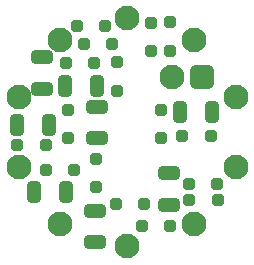
<source format=gts>
G04 Layer_Color=8388736*
%FSLAX25Y25*%
%MOIN*%
G70*
G01*
G75*
G04:AMPARAMS|DCode=21|XSize=70.87mil|YSize=47.24mil|CornerRadius=12.8mil|HoleSize=0mil|Usage=FLASHONLY|Rotation=0.000|XOffset=0mil|YOffset=0mil|HoleType=Round|Shape=RoundedRectangle|*
%AMROUNDEDRECTD21*
21,1,0.07087,0.02165,0,0,0.0*
21,1,0.04528,0.04724,0,0,0.0*
1,1,0.02559,0.02264,-0.01083*
1,1,0.02559,-0.02264,-0.01083*
1,1,0.02559,-0.02264,0.01083*
1,1,0.02559,0.02264,0.01083*
%
%ADD21ROUNDEDRECTD21*%
G04:AMPARAMS|DCode=22|XSize=39.37mil|YSize=39.37mil|CornerRadius=10.83mil|HoleSize=0mil|Usage=FLASHONLY|Rotation=270.000|XOffset=0mil|YOffset=0mil|HoleType=Round|Shape=RoundedRectangle|*
%AMROUNDEDRECTD22*
21,1,0.03937,0.01772,0,0,270.0*
21,1,0.01772,0.03937,0,0,270.0*
1,1,0.02165,-0.00886,-0.00886*
1,1,0.02165,-0.00886,0.00886*
1,1,0.02165,0.00886,0.00886*
1,1,0.02165,0.00886,-0.00886*
%
%ADD22ROUNDEDRECTD22*%
G04:AMPARAMS|DCode=23|XSize=39.37mil|YSize=39.37mil|CornerRadius=10.83mil|HoleSize=0mil|Usage=FLASHONLY|Rotation=0.000|XOffset=0mil|YOffset=0mil|HoleType=Round|Shape=RoundedRectangle|*
%AMROUNDEDRECTD23*
21,1,0.03937,0.01772,0,0,0.0*
21,1,0.01772,0.03937,0,0,0.0*
1,1,0.02165,0.00886,-0.00886*
1,1,0.02165,-0.00886,-0.00886*
1,1,0.02165,-0.00886,0.00886*
1,1,0.02165,0.00886,0.00886*
%
%ADD23ROUNDEDRECTD23*%
G04:AMPARAMS|DCode=24|XSize=70.87mil|YSize=47.24mil|CornerRadius=12.8mil|HoleSize=0mil|Usage=FLASHONLY|Rotation=90.000|XOffset=0mil|YOffset=0mil|HoleType=Round|Shape=RoundedRectangle|*
%AMROUNDEDRECTD24*
21,1,0.07087,0.02165,0,0,90.0*
21,1,0.04528,0.04724,0,0,90.0*
1,1,0.02559,0.01083,0.02264*
1,1,0.02559,0.01083,-0.02264*
1,1,0.02559,-0.01083,-0.02264*
1,1,0.02559,-0.01083,0.02264*
%
%ADD24ROUNDEDRECTD24*%
%ADD25C,0.08268*%
G04:AMPARAMS|DCode=26|XSize=82.68mil|YSize=82.68mil|CornerRadius=21.65mil|HoleSize=0mil|Usage=FLASHONLY|Rotation=180.000|XOffset=0mil|YOffset=0mil|HoleType=Round|Shape=RoundedRectangle|*
%AMROUNDEDRECTD26*
21,1,0.08268,0.03937,0,0,180.0*
21,1,0.03937,0.08268,0,0,180.0*
1,1,0.04331,-0.01969,0.01969*
1,1,0.04331,0.01969,0.01969*
1,1,0.04331,0.01969,-0.01969*
1,1,0.04331,-0.01969,-0.01969*
%
%ADD26ROUNDEDRECTD26*%
D21*
X-10335Y-2165D02*
D03*
Y8465D02*
D03*
X-28543Y14370D02*
D03*
Y25000D02*
D03*
X-11024Y-36811D02*
D03*
Y-26181D02*
D03*
X13878Y-13780D02*
D03*
Y-24409D02*
D03*
D22*
X20472Y-17224D02*
D03*
X29921D02*
D03*
X30020Y-22736D02*
D03*
X20571D02*
D03*
X14173Y-31398D02*
D03*
X4724D02*
D03*
X5413Y-24114D02*
D03*
X-4035D02*
D03*
X27657Y-1378D02*
D03*
X18209D02*
D03*
X-17815Y-12598D02*
D03*
X-27264D02*
D03*
X-36811Y-4331D02*
D03*
X-27362D02*
D03*
X-11220Y22835D02*
D03*
X-20669D02*
D03*
X-14665Y29232D02*
D03*
X-5217D02*
D03*
X-7382Y35236D02*
D03*
X-16831D02*
D03*
D23*
X11220Y-2165D02*
D03*
Y7283D02*
D03*
X-10433Y-18406D02*
D03*
Y-8957D02*
D03*
X13976Y27067D02*
D03*
Y36516D02*
D03*
X7874Y36417D02*
D03*
Y26969D02*
D03*
X-19980Y-1969D02*
D03*
Y7480D02*
D03*
X-3445Y13780D02*
D03*
Y23228D02*
D03*
D24*
X-10138Y15453D02*
D03*
X-20768D02*
D03*
X-26181Y2362D02*
D03*
X-36811D02*
D03*
X-20571Y-19882D02*
D03*
X-31201D02*
D03*
X28150Y6594D02*
D03*
X17520D02*
D03*
D25*
X-98Y37902D02*
D03*
X22237Y30644D02*
D03*
X36042Y11644D02*
D03*
Y-11841D02*
D03*
X22237Y-30841D02*
D03*
X-98Y-38098D02*
D03*
X-22434Y-30841D02*
D03*
X-36239Y-11841D02*
D03*
Y11644D02*
D03*
X-22434Y30644D02*
D03*
X14902Y18209D02*
D03*
D26*
X24902D02*
D03*
M02*

</source>
